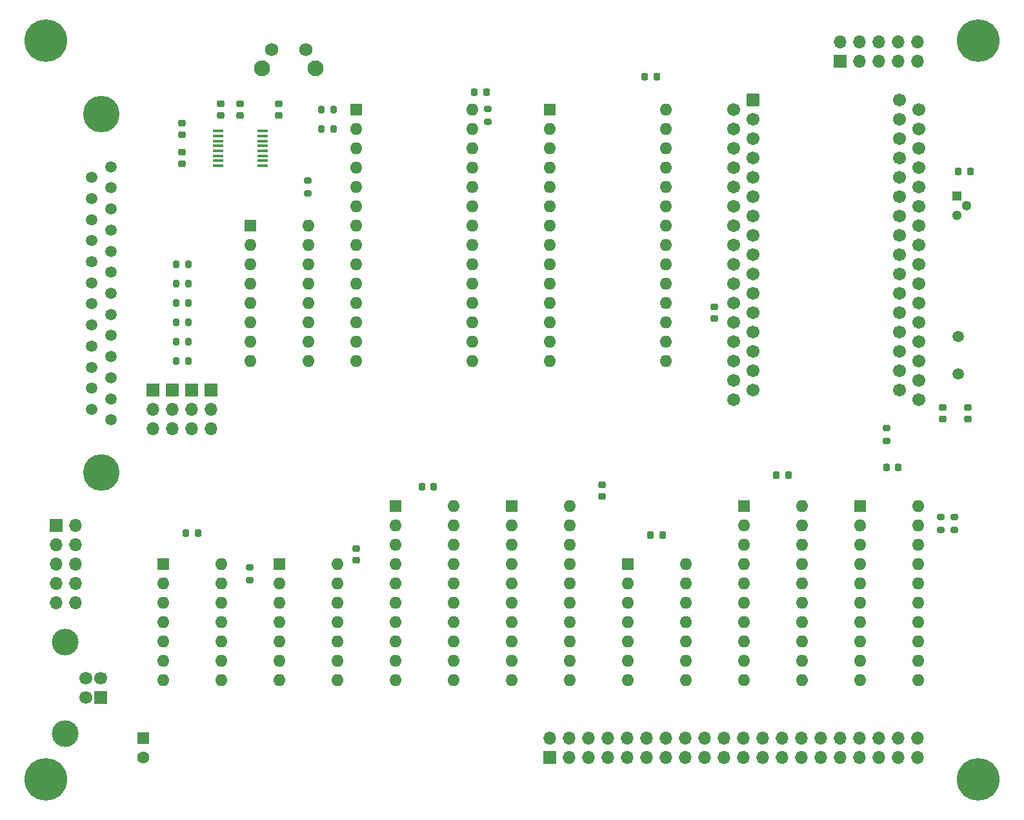
<source format=gts>
%TF.GenerationSoftware,KiCad,Pcbnew,(6.0.0)*%
%TF.CreationDate,2022-03-15T02:00:18-04:00*%
%TF.ProjectId,R6501Q SBC,52363530-3151-4205-9342-432e6b696361,rev?*%
%TF.SameCoordinates,Original*%
%TF.FileFunction,Soldermask,Top*%
%TF.FilePolarity,Negative*%
%FSLAX46Y46*%
G04 Gerber Fmt 4.6, Leading zero omitted, Abs format (unit mm)*
G04 Created by KiCad (PCBNEW (6.0.0)) date 2022-03-15 02:00:18*
%MOMM*%
%LPD*%
G01*
G04 APERTURE LIST*
G04 Aperture macros list*
%AMRoundRect*
0 Rectangle with rounded corners*
0 $1 Rounding radius*
0 $2 $3 $4 $5 $6 $7 $8 $9 X,Y pos of 4 corners*
0 Add a 4 corners polygon primitive as box body*
4,1,4,$2,$3,$4,$5,$6,$7,$8,$9,$2,$3,0*
0 Add four circle primitives for the rounded corners*
1,1,$1+$1,$2,$3*
1,1,$1+$1,$4,$5*
1,1,$1+$1,$6,$7*
1,1,$1+$1,$8,$9*
0 Add four rect primitives between the rounded corners*
20,1,$1+$1,$2,$3,$4,$5,0*
20,1,$1+$1,$4,$5,$6,$7,0*
20,1,$1+$1,$6,$7,$8,$9,0*
20,1,$1+$1,$8,$9,$2,$3,0*%
G04 Aperture macros list end*
%ADD10R,1.300000X1.300000*%
%ADD11C,1.300000*%
%ADD12RoundRect,0.225000X-0.250000X0.225000X-0.250000X-0.225000X0.250000X-0.225000X0.250000X0.225000X0*%
%ADD13R,1.600000X1.600000*%
%ADD14O,1.600000X1.600000*%
%ADD15RoundRect,0.200000X0.200000X0.275000X-0.200000X0.275000X-0.200000X-0.275000X0.200000X-0.275000X0*%
%ADD16R,1.700000X1.700000*%
%ADD17O,1.700000X1.700000*%
%ADD18C,1.500000*%
%ADD19C,4.800000*%
%ADD20RoundRect,0.200000X-0.275000X0.200000X-0.275000X-0.200000X0.275000X-0.200000X0.275000X0.200000X0*%
%ADD21RoundRect,0.225000X0.225000X0.250000X-0.225000X0.250000X-0.225000X-0.250000X0.225000X-0.250000X0*%
%ADD22RoundRect,0.225000X0.250000X-0.225000X0.250000X0.225000X-0.250000X0.225000X-0.250000X-0.225000X0*%
%ADD23RoundRect,0.200000X-0.200000X-0.275000X0.200000X-0.275000X0.200000X0.275000X-0.200000X0.275000X0*%
%ADD24C,5.600000*%
%ADD25C,1.700000*%
%ADD26C,3.500000*%
%ADD27RoundRect,0.200000X0.275000X-0.200000X0.275000X0.200000X-0.275000X0.200000X-0.275000X-0.200000X0*%
%ADD28R,1.475000X0.450000*%
%ADD29RoundRect,0.225000X-0.225000X-0.250000X0.225000X-0.250000X0.225000X0.250000X-0.225000X0.250000X0*%
%ADD30C,2.100000*%
%ADD31C,1.750000*%
%ADD32RoundRect,0.050800X-0.800100X-0.800100X0.800100X-0.800100X0.800100X0.800100X-0.800100X0.800100X0*%
%ADD33C,1.701800*%
%ADD34C,1.600000*%
G04 APERTURE END LIST*
D10*
%TO.C,U5*%
X184221800Y-62103000D03*
D11*
X184221800Y-64643000D03*
X185491800Y-63373000D03*
%TD*%
D12*
%TO.C,C11*%
X185674000Y-89903000D03*
X185674000Y-91453000D03*
%TD*%
D13*
%TO.C,U3*%
X130810000Y-50800000D03*
D14*
X130810000Y-53340000D03*
X130810000Y-55880000D03*
X130810000Y-58420000D03*
X130810000Y-60960000D03*
X130810000Y-63500000D03*
X130810000Y-66040000D03*
X130810000Y-68580000D03*
X130810000Y-71120000D03*
X130810000Y-73660000D03*
X130810000Y-76200000D03*
X130810000Y-78740000D03*
X130810000Y-81280000D03*
X130810000Y-83820000D03*
X146050000Y-83820000D03*
X146050000Y-81280000D03*
X146050000Y-78740000D03*
X146050000Y-76200000D03*
X146050000Y-73660000D03*
X146050000Y-71120000D03*
X146050000Y-68580000D03*
X146050000Y-66040000D03*
X146050000Y-63500000D03*
X146050000Y-60960000D03*
X146050000Y-58420000D03*
X146050000Y-55880000D03*
X146050000Y-53340000D03*
X146050000Y-50800000D03*
%TD*%
D15*
%TO.C,R11*%
X83375000Y-76200000D03*
X81725000Y-76200000D03*
%TD*%
D13*
%TO.C,U10*%
X140980000Y-110485000D03*
D14*
X140980000Y-113025000D03*
X140980000Y-115565000D03*
X140980000Y-118105000D03*
X140980000Y-120645000D03*
X140980000Y-123185000D03*
X140980000Y-125725000D03*
X148600000Y-125725000D03*
X148600000Y-123185000D03*
X148600000Y-120645000D03*
X148600000Y-118105000D03*
X148600000Y-115565000D03*
X148600000Y-113025000D03*
X148600000Y-110485000D03*
%TD*%
D16*
%TO.C,J7*%
X78740000Y-87645000D03*
D17*
X78740000Y-90185000D03*
X78740000Y-92725000D03*
%TD*%
D18*
%TO.C,Y1*%
X184404000Y-80608000D03*
X184404000Y-85488000D03*
%TD*%
%TO.C,J1*%
X73215000Y-91550000D03*
X73215000Y-88780000D03*
X73215000Y-86010000D03*
X73215000Y-83240000D03*
X73215000Y-80470000D03*
X73215000Y-77700000D03*
X73215000Y-74930000D03*
X73215000Y-72160000D03*
X73215000Y-69390000D03*
X73215000Y-66620000D03*
X73215000Y-63850000D03*
X73215000Y-61080000D03*
X73215000Y-58310000D03*
X70675000Y-90165000D03*
X70675000Y-87395000D03*
X70675000Y-84625000D03*
X70675000Y-81855000D03*
X70675000Y-79085000D03*
X70675000Y-76315000D03*
X70675000Y-73545000D03*
X70675000Y-70775000D03*
X70675000Y-68005000D03*
X70675000Y-65235000D03*
X70675000Y-62465000D03*
X70675000Y-59695000D03*
D19*
X71945000Y-98450000D03*
X71945000Y-51410000D03*
%TD*%
D15*
%TO.C,R13*%
X83375000Y-81280000D03*
X81725000Y-81280000D03*
%TD*%
D20*
%TO.C,R7*%
X182118000Y-104331000D03*
X182118000Y-105981000D03*
%TD*%
D21*
%TO.C,C18*%
X176530000Y-97790000D03*
X174980000Y-97790000D03*
%TD*%
D15*
%TO.C,R10*%
X83375000Y-71120000D03*
X81725000Y-71120000D03*
%TD*%
D22*
%TO.C,C13*%
X105410000Y-109995000D03*
X105410000Y-108445000D03*
%TD*%
D12*
%TO.C,C6*%
X82550000Y-56375000D03*
X82550000Y-57925000D03*
%TD*%
D13*
%TO.C,U12*%
X171460000Y-102875000D03*
D14*
X171460000Y-105415000D03*
X171460000Y-107955000D03*
X171460000Y-110495000D03*
X171460000Y-113035000D03*
X171460000Y-115575000D03*
X171460000Y-118115000D03*
X171460000Y-120655000D03*
X171460000Y-123195000D03*
X171460000Y-125735000D03*
X179080000Y-125735000D03*
X179080000Y-123195000D03*
X179080000Y-120655000D03*
X179080000Y-118115000D03*
X179080000Y-115575000D03*
X179080000Y-113035000D03*
X179080000Y-110495000D03*
X179080000Y-107955000D03*
X179080000Y-105415000D03*
X179080000Y-102875000D03*
%TD*%
D13*
%TO.C,SW2*%
X91482500Y-66030000D03*
D14*
X91482500Y-68570000D03*
X91482500Y-71110000D03*
X91482500Y-73650000D03*
X91482500Y-76190000D03*
X91482500Y-78730000D03*
X91482500Y-81270000D03*
X91482500Y-83810000D03*
X99102500Y-83810000D03*
X99102500Y-81270000D03*
X99102500Y-78730000D03*
X99102500Y-76190000D03*
X99102500Y-73650000D03*
X99102500Y-71110000D03*
X99102500Y-68570000D03*
X99102500Y-66030000D03*
%TD*%
D12*
%TO.C,C8*%
X90170000Y-50025000D03*
X90170000Y-51575000D03*
%TD*%
D16*
%TO.C,J6*%
X81280000Y-87645000D03*
D17*
X81280000Y-90185000D03*
X81280000Y-92725000D03*
%TD*%
D21*
%TO.C,C16*%
X145555000Y-106680000D03*
X144005000Y-106680000D03*
%TD*%
D22*
%TO.C,C7*%
X87630000Y-51575000D03*
X87630000Y-50025000D03*
%TD*%
D16*
%TO.C,J2*%
X168915000Y-44455000D03*
D17*
X168915000Y-41915000D03*
X171455000Y-44455000D03*
X171455000Y-41915000D03*
X173995000Y-44455000D03*
X173995000Y-41915000D03*
X176535000Y-44455000D03*
X176535000Y-41915000D03*
X179075000Y-44455000D03*
X179075000Y-41915000D03*
%TD*%
D12*
%TO.C,C4*%
X82550000Y-52565000D03*
X82550000Y-54115000D03*
%TD*%
D13*
%TO.C,U6*%
X80020000Y-110485000D03*
D14*
X80020000Y-113025000D03*
X80020000Y-115565000D03*
X80020000Y-118105000D03*
X80020000Y-120645000D03*
X80020000Y-123185000D03*
X80020000Y-125725000D03*
X87640000Y-125725000D03*
X87640000Y-123185000D03*
X87640000Y-120645000D03*
X87640000Y-118105000D03*
X87640000Y-115565000D03*
X87640000Y-113025000D03*
X87640000Y-110485000D03*
%TD*%
D23*
%TO.C,R2*%
X100775000Y-53340000D03*
X102425000Y-53340000D03*
%TD*%
D15*
%TO.C,R9*%
X83375000Y-73660000D03*
X81725000Y-73660000D03*
%TD*%
D24*
%TO.C,W3*%
X64640000Y-138736000D03*
%TD*%
D21*
%TO.C,C2*%
X144793000Y-46482000D03*
X143243000Y-46482000D03*
%TD*%
D13*
%TO.C,U11*%
X156220000Y-102875000D03*
D14*
X156220000Y-105415000D03*
X156220000Y-107955000D03*
X156220000Y-110495000D03*
X156220000Y-113035000D03*
X156220000Y-115575000D03*
X156220000Y-118115000D03*
X156220000Y-120655000D03*
X156220000Y-123195000D03*
X156220000Y-125735000D03*
X163840000Y-125735000D03*
X163840000Y-123195000D03*
X163840000Y-120655000D03*
X163840000Y-118115000D03*
X163840000Y-115575000D03*
X163840000Y-113035000D03*
X163840000Y-110495000D03*
X163840000Y-107955000D03*
X163840000Y-105415000D03*
X163840000Y-102875000D03*
%TD*%
D13*
%TO.C,U8*%
X110500000Y-102875000D03*
D14*
X110500000Y-105415000D03*
X110500000Y-107955000D03*
X110500000Y-110495000D03*
X110500000Y-113035000D03*
X110500000Y-115575000D03*
X110500000Y-118115000D03*
X110500000Y-120655000D03*
X110500000Y-123195000D03*
X110500000Y-125735000D03*
X118120000Y-125735000D03*
X118120000Y-123195000D03*
X118120000Y-120655000D03*
X118120000Y-118115000D03*
X118120000Y-115575000D03*
X118120000Y-113035000D03*
X118120000Y-110495000D03*
X118120000Y-107955000D03*
X118120000Y-105415000D03*
X118120000Y-102875000D03*
%TD*%
D20*
%TO.C,R6*%
X91440000Y-110935000D03*
X91440000Y-112585000D03*
%TD*%
D12*
%TO.C,C15*%
X137668000Y-100076000D03*
X137668000Y-101626000D03*
%TD*%
%TO.C,C9*%
X152400000Y-76695000D03*
X152400000Y-78245000D03*
%TD*%
D16*
%TO.C,J4*%
X71882000Y-128016000D03*
D25*
X71882000Y-125516000D03*
X69882000Y-125516000D03*
X69882000Y-128016000D03*
D26*
X67172000Y-132786000D03*
X67172000Y-120746000D03*
%TD*%
D22*
%TO.C,C5*%
X95250000Y-51575000D03*
X95250000Y-50025000D03*
%TD*%
D21*
%TO.C,C12*%
X84595000Y-106426000D03*
X83045000Y-106426000D03*
%TD*%
%TO.C,C17*%
X162065000Y-98806000D03*
X160515000Y-98806000D03*
%TD*%
%TO.C,C14*%
X115570000Y-100330000D03*
X114020000Y-100330000D03*
%TD*%
D23*
%TO.C,R1*%
X100775000Y-50800000D03*
X102425000Y-50800000D03*
%TD*%
D15*
%TO.C,R14*%
X83375000Y-83820000D03*
X81725000Y-83820000D03*
%TD*%
D20*
%TO.C,R3*%
X122682000Y-50737000D03*
X122682000Y-52387000D03*
%TD*%
D13*
%TO.C,U9*%
X125740000Y-102875000D03*
D14*
X125740000Y-105415000D03*
X125740000Y-107955000D03*
X125740000Y-110495000D03*
X125740000Y-113035000D03*
X125740000Y-115575000D03*
X125740000Y-118115000D03*
X125740000Y-120655000D03*
X125740000Y-123195000D03*
X125740000Y-125735000D03*
X133360000Y-125735000D03*
X133360000Y-123195000D03*
X133360000Y-120655000D03*
X133360000Y-118115000D03*
X133360000Y-115575000D03*
X133360000Y-113035000D03*
X133360000Y-110495000D03*
X133360000Y-107955000D03*
X133360000Y-105415000D03*
X133360000Y-102875000D03*
%TD*%
D24*
%TO.C,W4*%
X187005000Y-138736000D03*
%TD*%
D27*
%TO.C,R5*%
X175006000Y-94297000D03*
X175006000Y-92647000D03*
%TD*%
D13*
%TO.C,U7*%
X95260000Y-110485000D03*
D14*
X95260000Y-113025000D03*
X95260000Y-115565000D03*
X95260000Y-118105000D03*
X95260000Y-120645000D03*
X95260000Y-123185000D03*
X95260000Y-125725000D03*
X102880000Y-125725000D03*
X102880000Y-123185000D03*
X102880000Y-120645000D03*
X102880000Y-118105000D03*
X102880000Y-115565000D03*
X102880000Y-113025000D03*
X102880000Y-110485000D03*
%TD*%
D28*
%TO.C,IC1*%
X87232000Y-53605000D03*
X87232000Y-54255000D03*
X87232000Y-54905000D03*
X87232000Y-55555000D03*
X87232000Y-56205000D03*
X87232000Y-56855000D03*
X87232000Y-57505000D03*
X87232000Y-58155000D03*
X93108000Y-58155000D03*
X93108000Y-57505000D03*
X93108000Y-56855000D03*
X93108000Y-56205000D03*
X93108000Y-55555000D03*
X93108000Y-54905000D03*
X93108000Y-54255000D03*
X93108000Y-53605000D03*
%TD*%
D20*
%TO.C,R4*%
X99060000Y-60135000D03*
X99060000Y-61785000D03*
%TD*%
D29*
%TO.C,C1*%
X120891000Y-48514000D03*
X122441000Y-48514000D03*
%TD*%
D30*
%TO.C,SW1*%
X92995000Y-45382500D03*
X100005000Y-45382500D03*
D31*
X94245000Y-42892500D03*
X98745000Y-42892500D03*
%TD*%
D16*
%TO.C,J9*%
X83820000Y-87645000D03*
D17*
X83820000Y-90185000D03*
X83820000Y-92725000D03*
%TD*%
D12*
%TO.C,C10*%
X182372000Y-89890000D03*
X182372000Y-91440000D03*
%TD*%
D24*
%TO.C,W2*%
X187005000Y-41771000D03*
%TD*%
D16*
%TO.C,J5*%
X130815000Y-135895000D03*
D17*
X130815000Y-133355000D03*
X133355000Y-135895000D03*
X133355000Y-133355000D03*
X135895000Y-135895000D03*
X135895000Y-133355000D03*
X138435000Y-135895000D03*
X138435000Y-133355000D03*
X140975000Y-135895000D03*
X140975000Y-133355000D03*
X143515000Y-135895000D03*
X143515000Y-133355000D03*
X146055000Y-135895000D03*
X146055000Y-133355000D03*
X148595000Y-135895000D03*
X148595000Y-133355000D03*
X151135000Y-135895000D03*
X151135000Y-133355000D03*
X153675000Y-135895000D03*
X153675000Y-133355000D03*
X156215000Y-135895000D03*
X156215000Y-133355000D03*
X158755000Y-135895000D03*
X158755000Y-133355000D03*
X161295000Y-135895000D03*
X161295000Y-133355000D03*
X163835000Y-135895000D03*
X163835000Y-133355000D03*
X166375000Y-135895000D03*
X166375000Y-133355000D03*
X168915000Y-135895000D03*
X168915000Y-133355000D03*
X171455000Y-135895000D03*
X171455000Y-133355000D03*
X173995000Y-135895000D03*
X173995000Y-133355000D03*
X176535000Y-135895000D03*
X176535000Y-133355000D03*
X179075000Y-135895000D03*
X179075000Y-133355000D03*
%TD*%
D29*
%TO.C,C3*%
X184391000Y-58928000D03*
X185941000Y-58928000D03*
%TD*%
D16*
%TO.C,J8*%
X86360000Y-87645000D03*
D17*
X86360000Y-90185000D03*
X86360000Y-92725000D03*
%TD*%
D16*
%TO.C,J3*%
X66035000Y-105415000D03*
D17*
X68575000Y-105415000D03*
X66035000Y-107955000D03*
X68575000Y-107955000D03*
X66035000Y-110495000D03*
X68575000Y-110495000D03*
X66035000Y-113035000D03*
X68575000Y-113035000D03*
X66035000Y-115575000D03*
X68575000Y-115575000D03*
%TD*%
D13*
%TO.C,U2*%
X105410000Y-50800000D03*
D14*
X105410000Y-53340000D03*
X105410000Y-55880000D03*
X105410000Y-58420000D03*
X105410000Y-60960000D03*
X105410000Y-63500000D03*
X105410000Y-66040000D03*
X105410000Y-68580000D03*
X105410000Y-71120000D03*
X105410000Y-73660000D03*
X105410000Y-76200000D03*
X105410000Y-78740000D03*
X105410000Y-81280000D03*
X105410000Y-83820000D03*
X120650000Y-83820000D03*
X120650000Y-81280000D03*
X120650000Y-78740000D03*
X120650000Y-76200000D03*
X120650000Y-73660000D03*
X120650000Y-71120000D03*
X120650000Y-68580000D03*
X120650000Y-66040000D03*
X120650000Y-63500000D03*
X120650000Y-60960000D03*
X120650000Y-58420000D03*
X120650000Y-55880000D03*
X120650000Y-53340000D03*
X120650000Y-50800000D03*
%TD*%
D32*
%TO.C,U4*%
X157480000Y-49530000D03*
D33*
X154929840Y-50800000D03*
X157480000Y-52070000D03*
X154929840Y-53340000D03*
X157480000Y-54610000D03*
X154929840Y-55880000D03*
X157480000Y-57150000D03*
X154929840Y-58420000D03*
X157480000Y-59690000D03*
X154929840Y-60960000D03*
X157480000Y-62230000D03*
X154929840Y-63500000D03*
X157480000Y-64770000D03*
X154929840Y-66040000D03*
X157480000Y-67310000D03*
X154929840Y-68580000D03*
X157480000Y-69850000D03*
X154929840Y-71120000D03*
X157480000Y-72390000D03*
X154929840Y-73660000D03*
X157480000Y-74930000D03*
X154929840Y-76200000D03*
X157480000Y-77470000D03*
X154929840Y-78740000D03*
X157480000Y-80010000D03*
X154929840Y-81280000D03*
X157480000Y-82550000D03*
X154929840Y-83820000D03*
X157480000Y-85090000D03*
X154929840Y-86360000D03*
X157480000Y-87630000D03*
X154929840Y-88900000D03*
X179230020Y-88900000D03*
X176679860Y-87630000D03*
X179230020Y-86360000D03*
X176679860Y-85090000D03*
X179230020Y-83820000D03*
X176679860Y-82550000D03*
X179230020Y-81280000D03*
X176679860Y-80010000D03*
X179230020Y-78740000D03*
X176679860Y-77470000D03*
X179230020Y-76200000D03*
X176679860Y-74930000D03*
X179230020Y-73660000D03*
X176679860Y-72390000D03*
X179230020Y-71120000D03*
X176679860Y-69850000D03*
X179230020Y-68580000D03*
X176679860Y-67310000D03*
X179230020Y-66040000D03*
X176679860Y-64770000D03*
X179230020Y-63500000D03*
X176679860Y-62230000D03*
X179230020Y-60960000D03*
X176679860Y-59690000D03*
X179230020Y-58420000D03*
X176679860Y-57150000D03*
X179230020Y-55880000D03*
X176679860Y-54610000D03*
X179230020Y-53340000D03*
X176679860Y-52070000D03*
X179230020Y-50800000D03*
X176679860Y-49530000D03*
%TD*%
D24*
%TO.C,W1*%
X64640000Y-41771000D03*
%TD*%
D13*
%TO.C,C19*%
X77470000Y-133350000D03*
D34*
X77470000Y-135850000D03*
%TD*%
D15*
%TO.C,R12*%
X83375000Y-78740000D03*
X81725000Y-78740000D03*
%TD*%
D20*
%TO.C,R8*%
X183896000Y-104331000D03*
X183896000Y-105981000D03*
%TD*%
M02*

</source>
